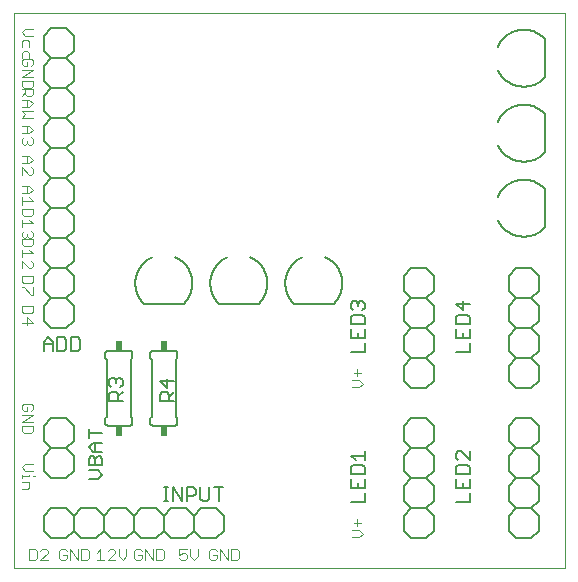
<source format=gto>
G75*
%MOIN*%
%OFA0B0*%
%FSLAX25Y25*%
%IPPOS*%
%LPD*%
%AMOC8*
5,1,8,0,0,1.08239X$1,22.5*
%
%ADD10C,0.00000*%
%ADD11C,0.00300*%
%ADD12C,0.00600*%
%ADD13R,0.02400X0.03400*%
%ADD14C,0.00500*%
D10*
X0001800Y0001800D02*
X0001800Y0186761D01*
X0185501Y0186761D01*
X0185501Y0001800D01*
X0001800Y0001800D01*
D11*
X0006950Y0004450D02*
X0008802Y0004450D01*
X0009419Y0005067D01*
X0009419Y0007536D01*
X0008802Y0008153D01*
X0006950Y0008153D01*
X0006950Y0004450D01*
X0010633Y0004450D02*
X0013102Y0006919D01*
X0013102Y0007536D01*
X0012485Y0008153D01*
X0011250Y0008153D01*
X0010633Y0007536D01*
X0010633Y0004450D02*
X0013102Y0004450D01*
X0016950Y0005067D02*
X0017567Y0004450D01*
X0018802Y0004450D01*
X0019419Y0005067D01*
X0019419Y0006302D01*
X0018184Y0006302D01*
X0016950Y0007536D02*
X0016950Y0005067D01*
X0016950Y0007536D02*
X0017567Y0008153D01*
X0018802Y0008153D01*
X0019419Y0007536D01*
X0020633Y0008153D02*
X0020633Y0004450D01*
X0023102Y0004450D02*
X0020633Y0008153D01*
X0023102Y0008153D02*
X0023102Y0004450D01*
X0024316Y0004450D02*
X0026168Y0004450D01*
X0026785Y0005067D01*
X0026785Y0007536D01*
X0026168Y0008153D01*
X0024316Y0008153D01*
X0024316Y0004450D01*
X0029450Y0004450D02*
X0031919Y0004450D01*
X0033133Y0004450D02*
X0035602Y0006919D01*
X0035602Y0007536D01*
X0034985Y0008153D01*
X0033750Y0008153D01*
X0033133Y0007536D01*
X0030684Y0008153D02*
X0030684Y0004450D01*
X0033133Y0004450D02*
X0035602Y0004450D01*
X0036816Y0005684D02*
X0038051Y0004450D01*
X0039285Y0005684D01*
X0039285Y0008153D01*
X0036816Y0008153D02*
X0036816Y0005684D01*
X0041950Y0005067D02*
X0042567Y0004450D01*
X0043802Y0004450D01*
X0044419Y0005067D01*
X0044419Y0006302D01*
X0043184Y0006302D01*
X0044419Y0006302D01*
X0044419Y0005067D01*
X0043802Y0004450D01*
X0042567Y0004450D01*
X0041950Y0005067D01*
X0041950Y0007536D01*
X0042567Y0008153D01*
X0043802Y0008153D01*
X0044419Y0007536D01*
X0043802Y0008153D01*
X0042567Y0008153D01*
X0041950Y0007536D01*
X0041950Y0005067D01*
X0045633Y0004450D02*
X0045633Y0008153D01*
X0048102Y0004450D01*
X0048102Y0008153D01*
X0048102Y0004450D01*
X0045633Y0008153D01*
X0045633Y0004450D01*
X0049316Y0004450D02*
X0049316Y0008153D01*
X0051168Y0008153D01*
X0051785Y0007536D01*
X0051785Y0005067D01*
X0051168Y0004450D01*
X0049316Y0004450D01*
X0051168Y0004450D01*
X0051785Y0005067D01*
X0051785Y0007536D01*
X0051168Y0008153D01*
X0049316Y0008153D01*
X0049316Y0004450D01*
X0056950Y0005067D02*
X0057567Y0004450D01*
X0058802Y0004450D01*
X0059419Y0005067D01*
X0059419Y0006302D01*
X0058802Y0006919D01*
X0058184Y0006919D01*
X0056950Y0006302D01*
X0056950Y0008153D01*
X0059419Y0008153D01*
X0060633Y0008153D02*
X0060633Y0005684D01*
X0061868Y0004450D01*
X0063102Y0005684D01*
X0063102Y0008153D01*
X0066950Y0007536D02*
X0066950Y0005067D01*
X0067567Y0004450D01*
X0068802Y0004450D01*
X0069419Y0005067D01*
X0069419Y0006302D01*
X0068184Y0006302D01*
X0066950Y0007536D02*
X0067567Y0008153D01*
X0068802Y0008153D01*
X0069419Y0007536D01*
X0070633Y0008153D02*
X0070633Y0004450D01*
X0073102Y0004450D02*
X0073102Y0008153D01*
X0074316Y0008153D02*
X0076168Y0008153D01*
X0076785Y0007536D01*
X0076785Y0005067D01*
X0076168Y0004450D01*
X0074316Y0004450D01*
X0074316Y0008153D01*
X0070633Y0008153D02*
X0073102Y0004450D01*
X0114447Y0012084D02*
X0116916Y0012084D01*
X0118150Y0013318D01*
X0116916Y0014552D01*
X0114447Y0014552D01*
X0116298Y0015767D02*
X0116298Y0018236D01*
X0115064Y0017001D02*
X0117533Y0017001D01*
X0116916Y0062084D02*
X0114447Y0062084D01*
X0116916Y0062084D02*
X0118150Y0063318D01*
X0116916Y0064552D01*
X0114447Y0064552D01*
X0116298Y0065767D02*
X0116298Y0068236D01*
X0115064Y0067001D02*
X0117533Y0067001D01*
X0030684Y0008153D02*
X0029450Y0006919D01*
X0006919Y0028660D02*
X0006302Y0028043D01*
X0004450Y0028043D01*
X0006919Y0028660D02*
X0006919Y0030511D01*
X0004450Y0030511D01*
X0004450Y0031732D02*
X0004450Y0032967D01*
X0004450Y0032350D02*
X0006919Y0032350D01*
X0006919Y0032967D01*
X0008153Y0032350D02*
X0008770Y0032350D01*
X0008153Y0034181D02*
X0005684Y0034181D01*
X0004450Y0035416D01*
X0005684Y0036650D01*
X0008153Y0036650D01*
X0007536Y0046815D02*
X0005067Y0046815D01*
X0004450Y0047432D01*
X0004450Y0049284D01*
X0008153Y0049284D01*
X0008153Y0047432D01*
X0007536Y0046815D01*
X0008153Y0050498D02*
X0004450Y0050498D01*
X0008153Y0052967D01*
X0004450Y0052967D01*
X0005067Y0054181D02*
X0006302Y0054181D01*
X0006302Y0055416D01*
X0007536Y0056650D02*
X0005067Y0056650D01*
X0004450Y0056033D01*
X0004450Y0054798D01*
X0005067Y0054181D01*
X0007536Y0054181D02*
X0008153Y0054798D01*
X0008153Y0056033D01*
X0007536Y0056650D01*
X0006302Y0082998D02*
X0006302Y0085467D01*
X0008153Y0083615D01*
X0004450Y0083615D01*
X0005067Y0086681D02*
X0007536Y0086681D01*
X0008153Y0087298D01*
X0008153Y0089150D01*
X0004450Y0089150D01*
X0004450Y0087298D01*
X0005067Y0086681D01*
X0007536Y0092998D02*
X0005067Y0095467D01*
X0004450Y0095467D01*
X0005067Y0096681D02*
X0007536Y0096681D01*
X0008153Y0097298D01*
X0008153Y0099150D01*
X0004450Y0099150D01*
X0004450Y0097298D01*
X0005067Y0096681D01*
X0008153Y0095467D02*
X0008153Y0092998D01*
X0007536Y0092998D01*
X0007536Y0101815D02*
X0008153Y0102432D01*
X0008153Y0103667D01*
X0007536Y0104284D01*
X0008153Y0106732D02*
X0004450Y0106732D01*
X0004450Y0105498D02*
X0004450Y0107967D01*
X0005067Y0109181D02*
X0007536Y0109181D01*
X0008153Y0109798D01*
X0008153Y0111650D01*
X0004450Y0111650D01*
X0004450Y0109798D01*
X0005067Y0109181D01*
X0006919Y0107967D02*
X0008153Y0106732D01*
X0004450Y0104284D02*
X0006919Y0101815D01*
X0007536Y0101815D01*
X0004450Y0101815D02*
X0004450Y0104284D01*
X0005067Y0111815D02*
X0004450Y0112432D01*
X0004450Y0113667D01*
X0005067Y0114284D01*
X0004450Y0115498D02*
X0004450Y0117967D01*
X0004450Y0116732D02*
X0008153Y0116732D01*
X0006919Y0117967D01*
X0007536Y0119181D02*
X0005067Y0119181D01*
X0004450Y0119798D01*
X0004450Y0121650D01*
X0008153Y0121650D01*
X0008153Y0119798D01*
X0007536Y0119181D01*
X0004450Y0122998D02*
X0004450Y0125467D01*
X0004450Y0126681D02*
X0006919Y0126681D01*
X0008153Y0127916D01*
X0006919Y0129150D01*
X0004450Y0129150D01*
X0006302Y0129150D02*
X0006302Y0126681D01*
X0006919Y0125467D02*
X0008153Y0124232D01*
X0004450Y0124232D01*
X0004450Y0132998D02*
X0004450Y0135467D01*
X0006919Y0132998D01*
X0007536Y0132998D01*
X0008153Y0133615D01*
X0008153Y0134850D01*
X0007536Y0135467D01*
X0006919Y0136681D02*
X0004450Y0136681D01*
X0006302Y0136681D02*
X0006302Y0139150D01*
X0006919Y0139150D02*
X0008153Y0137916D01*
X0006919Y0136681D01*
X0006919Y0139150D02*
X0004450Y0139150D01*
X0005067Y0142998D02*
X0004450Y0143615D01*
X0004450Y0144850D01*
X0005067Y0145467D01*
X0004450Y0146681D02*
X0006919Y0146681D01*
X0008153Y0147916D01*
X0006919Y0149150D01*
X0004450Y0149150D01*
X0006302Y0149150D02*
X0006302Y0146681D01*
X0007536Y0145467D02*
X0008153Y0144850D01*
X0008153Y0143615D01*
X0007536Y0142998D01*
X0006919Y0142998D01*
X0006302Y0143615D01*
X0005684Y0142998D01*
X0005067Y0142998D01*
X0006302Y0143615D02*
X0006302Y0144232D01*
X0004450Y0151815D02*
X0008153Y0151815D01*
X0008153Y0154284D02*
X0004450Y0154284D01*
X0005684Y0153049D01*
X0004450Y0151815D01*
X0004450Y0155498D02*
X0006919Y0155498D01*
X0008153Y0156732D01*
X0006919Y0157967D01*
X0004450Y0157967D01*
X0004450Y0159181D02*
X0005684Y0160416D01*
X0005684Y0159798D02*
X0005684Y0161650D01*
X0005067Y0161815D02*
X0007536Y0161815D01*
X0008153Y0162432D01*
X0008153Y0164284D01*
X0004450Y0164284D01*
X0004450Y0162432D01*
X0005067Y0161815D01*
X0004450Y0161650D02*
X0008153Y0161650D01*
X0008153Y0159798D01*
X0007536Y0159181D01*
X0006302Y0159181D01*
X0005684Y0159798D01*
X0006302Y0157967D02*
X0006302Y0155498D01*
X0008153Y0165498D02*
X0004450Y0165498D01*
X0008153Y0167967D01*
X0004450Y0167967D01*
X0005067Y0169181D02*
X0006302Y0169181D01*
X0006302Y0170416D01*
X0006919Y0171815D02*
X0006919Y0173667D01*
X0006302Y0174284D01*
X0005067Y0174284D01*
X0004450Y0173667D01*
X0004450Y0171815D01*
X0005067Y0171650D02*
X0004450Y0171033D01*
X0004450Y0169798D01*
X0005067Y0169181D01*
X0007536Y0169181D02*
X0008153Y0169798D01*
X0008153Y0171033D01*
X0007536Y0171650D01*
X0005067Y0171650D01*
X0004450Y0175498D02*
X0004450Y0177350D01*
X0005067Y0177967D01*
X0006302Y0177967D01*
X0006919Y0177350D01*
X0006919Y0175498D01*
X0005684Y0179181D02*
X0008153Y0179181D01*
X0005684Y0179181D02*
X0004450Y0180416D01*
X0005684Y0181650D01*
X0008153Y0181650D01*
X0007536Y0114284D02*
X0008153Y0113667D01*
X0008153Y0112432D01*
X0007536Y0111815D01*
X0006919Y0111815D01*
X0006302Y0112432D01*
X0005684Y0111815D01*
X0005067Y0111815D01*
X0006302Y0112432D02*
X0006302Y0113049D01*
D12*
X0011800Y0114300D02*
X0014300Y0111800D01*
X0019300Y0111800D01*
X0021800Y0114300D01*
X0021800Y0119300D01*
X0019300Y0121800D01*
X0021800Y0124300D01*
X0021800Y0129300D01*
X0019300Y0131800D01*
X0014300Y0131800D01*
X0011800Y0129300D01*
X0011800Y0124300D01*
X0014300Y0121800D01*
X0019300Y0121800D01*
X0014300Y0121800D02*
X0011800Y0119300D01*
X0011800Y0114300D01*
X0014300Y0111800D02*
X0011800Y0109300D01*
X0011800Y0104300D01*
X0014300Y0101800D01*
X0019300Y0101800D01*
X0021800Y0099300D01*
X0021800Y0094300D01*
X0019300Y0091800D01*
X0021800Y0089300D01*
X0021800Y0084300D01*
X0019300Y0081800D01*
X0014300Y0081800D01*
X0011800Y0084300D01*
X0011800Y0089300D01*
X0014300Y0091800D01*
X0011800Y0094300D01*
X0011800Y0099300D01*
X0014300Y0101800D01*
X0019300Y0101800D02*
X0021800Y0104300D01*
X0021800Y0109300D01*
X0019300Y0111800D01*
X0019300Y0131800D02*
X0021800Y0134300D01*
X0021800Y0139300D01*
X0019300Y0141800D01*
X0021800Y0144300D01*
X0021800Y0149300D01*
X0019300Y0151800D01*
X0021800Y0154300D01*
X0021800Y0159300D01*
X0019300Y0161800D01*
X0014300Y0161800D01*
X0011800Y0159300D01*
X0011800Y0154300D01*
X0014300Y0151800D01*
X0019300Y0151800D01*
X0014300Y0151800D02*
X0011800Y0149300D01*
X0011800Y0144300D01*
X0014300Y0141800D01*
X0019300Y0141800D01*
X0014300Y0141800D02*
X0011800Y0139300D01*
X0011800Y0134300D01*
X0014300Y0131800D01*
X0014300Y0161800D02*
X0011800Y0164300D01*
X0011800Y0169300D01*
X0014300Y0171800D01*
X0011800Y0174300D01*
X0011800Y0179300D01*
X0014300Y0181800D01*
X0019300Y0181800D01*
X0021800Y0179300D01*
X0021800Y0174300D01*
X0019300Y0171800D01*
X0021800Y0169300D01*
X0021800Y0164300D01*
X0019300Y0161800D01*
X0019300Y0171800D02*
X0014300Y0171800D01*
X0055615Y0105500D02*
X0055827Y0105404D01*
X0056037Y0105303D01*
X0056244Y0105196D01*
X0056448Y0105085D01*
X0056650Y0104968D01*
X0056849Y0104847D01*
X0057044Y0104721D01*
X0057237Y0104590D01*
X0057426Y0104454D01*
X0057612Y0104314D01*
X0057795Y0104169D01*
X0057974Y0104020D01*
X0058149Y0103866D01*
X0058320Y0103708D01*
X0058487Y0103546D01*
X0058651Y0103380D01*
X0058810Y0103210D01*
X0058965Y0103037D01*
X0059116Y0102859D01*
X0059262Y0102678D01*
X0059404Y0102493D01*
X0059541Y0102305D01*
X0059674Y0102114D01*
X0059802Y0101919D01*
X0059925Y0101721D01*
X0060043Y0101521D01*
X0060156Y0101317D01*
X0060265Y0101111D01*
X0060368Y0100902D01*
X0060466Y0100691D01*
X0060559Y0100477D01*
X0060646Y0100261D01*
X0060728Y0100043D01*
X0060805Y0099823D01*
X0060876Y0099602D01*
X0060942Y0099378D01*
X0061003Y0099153D01*
X0061058Y0098927D01*
X0061107Y0098700D01*
X0061151Y0098471D01*
X0061189Y0098241D01*
X0061222Y0098010D01*
X0061248Y0097779D01*
X0061270Y0097547D01*
X0061285Y0097315D01*
X0061295Y0097082D01*
X0061299Y0096849D01*
X0061297Y0096616D01*
X0061290Y0096383D01*
X0061277Y0096151D01*
X0061258Y0095919D01*
X0061234Y0095687D01*
X0061203Y0095456D01*
X0061168Y0095226D01*
X0061126Y0094997D01*
X0061079Y0094769D01*
X0061027Y0094542D01*
X0060969Y0094316D01*
X0060905Y0094092D01*
X0060836Y0093870D01*
X0060761Y0093649D01*
X0060681Y0093430D01*
X0060596Y0093214D01*
X0060506Y0092999D01*
X0060410Y0092787D01*
X0060309Y0092577D01*
X0060203Y0092370D01*
X0060092Y0092165D01*
X0059975Y0091963D01*
X0059854Y0091764D01*
X0059729Y0091568D01*
X0059598Y0091375D01*
X0059463Y0091186D01*
X0059323Y0091000D01*
X0059178Y0090817D01*
X0059029Y0090638D01*
X0058876Y0090462D01*
X0058719Y0090291D01*
X0058557Y0090123D01*
X0058391Y0089959D01*
X0058221Y0089800D01*
X0045379Y0089800D01*
X0045209Y0089959D01*
X0045043Y0090123D01*
X0044881Y0090291D01*
X0044724Y0090462D01*
X0044571Y0090638D01*
X0044422Y0090817D01*
X0044277Y0091000D01*
X0044137Y0091186D01*
X0044002Y0091375D01*
X0043871Y0091568D01*
X0043746Y0091764D01*
X0043625Y0091963D01*
X0043508Y0092165D01*
X0043397Y0092370D01*
X0043291Y0092577D01*
X0043190Y0092787D01*
X0043094Y0092999D01*
X0043004Y0093214D01*
X0042919Y0093430D01*
X0042839Y0093649D01*
X0042764Y0093870D01*
X0042695Y0094092D01*
X0042631Y0094316D01*
X0042573Y0094542D01*
X0042521Y0094769D01*
X0042474Y0094997D01*
X0042432Y0095226D01*
X0042397Y0095456D01*
X0042366Y0095687D01*
X0042342Y0095919D01*
X0042323Y0096151D01*
X0042310Y0096383D01*
X0042303Y0096616D01*
X0042301Y0096849D01*
X0042305Y0097082D01*
X0042315Y0097315D01*
X0042330Y0097547D01*
X0042352Y0097779D01*
X0042378Y0098010D01*
X0042411Y0098241D01*
X0042449Y0098471D01*
X0042493Y0098700D01*
X0042542Y0098927D01*
X0042597Y0099153D01*
X0042658Y0099378D01*
X0042724Y0099602D01*
X0042795Y0099823D01*
X0042872Y0100043D01*
X0042954Y0100261D01*
X0043041Y0100477D01*
X0043134Y0100691D01*
X0043232Y0100902D01*
X0043335Y0101111D01*
X0043444Y0101317D01*
X0043557Y0101521D01*
X0043675Y0101721D01*
X0043798Y0101919D01*
X0043926Y0102114D01*
X0044059Y0102305D01*
X0044196Y0102493D01*
X0044338Y0102678D01*
X0044484Y0102859D01*
X0044635Y0103037D01*
X0044790Y0103210D01*
X0044949Y0103380D01*
X0045113Y0103546D01*
X0045280Y0103708D01*
X0045451Y0103866D01*
X0045626Y0104020D01*
X0045805Y0104169D01*
X0045988Y0104314D01*
X0046174Y0104454D01*
X0046363Y0104590D01*
X0046556Y0104721D01*
X0046751Y0104847D01*
X0046950Y0104968D01*
X0047152Y0105085D01*
X0047356Y0105196D01*
X0047563Y0105303D01*
X0047773Y0105404D01*
X0047985Y0105500D01*
X0070379Y0089800D02*
X0083221Y0089800D01*
X0070379Y0089800D02*
X0070209Y0089959D01*
X0070043Y0090123D01*
X0069881Y0090291D01*
X0069724Y0090462D01*
X0069571Y0090638D01*
X0069422Y0090817D01*
X0069277Y0091000D01*
X0069137Y0091186D01*
X0069002Y0091375D01*
X0068871Y0091568D01*
X0068746Y0091764D01*
X0068625Y0091963D01*
X0068508Y0092165D01*
X0068397Y0092370D01*
X0068291Y0092577D01*
X0068190Y0092787D01*
X0068094Y0092999D01*
X0068004Y0093214D01*
X0067919Y0093430D01*
X0067839Y0093649D01*
X0067764Y0093870D01*
X0067695Y0094092D01*
X0067631Y0094316D01*
X0067573Y0094542D01*
X0067521Y0094769D01*
X0067474Y0094997D01*
X0067432Y0095226D01*
X0067397Y0095456D01*
X0067366Y0095687D01*
X0067342Y0095919D01*
X0067323Y0096151D01*
X0067310Y0096383D01*
X0067303Y0096616D01*
X0067301Y0096849D01*
X0067305Y0097082D01*
X0067315Y0097315D01*
X0067330Y0097547D01*
X0067352Y0097779D01*
X0067378Y0098010D01*
X0067411Y0098241D01*
X0067449Y0098471D01*
X0067493Y0098700D01*
X0067542Y0098927D01*
X0067597Y0099153D01*
X0067658Y0099378D01*
X0067724Y0099602D01*
X0067795Y0099823D01*
X0067872Y0100043D01*
X0067954Y0100261D01*
X0068041Y0100477D01*
X0068134Y0100691D01*
X0068232Y0100902D01*
X0068335Y0101111D01*
X0068444Y0101317D01*
X0068557Y0101521D01*
X0068675Y0101721D01*
X0068798Y0101919D01*
X0068926Y0102114D01*
X0069059Y0102305D01*
X0069196Y0102493D01*
X0069338Y0102678D01*
X0069484Y0102859D01*
X0069635Y0103037D01*
X0069790Y0103210D01*
X0069949Y0103380D01*
X0070113Y0103546D01*
X0070280Y0103708D01*
X0070451Y0103866D01*
X0070626Y0104020D01*
X0070805Y0104169D01*
X0070988Y0104314D01*
X0071174Y0104454D01*
X0071363Y0104590D01*
X0071556Y0104721D01*
X0071751Y0104847D01*
X0071950Y0104968D01*
X0072152Y0105085D01*
X0072356Y0105196D01*
X0072563Y0105303D01*
X0072773Y0105404D01*
X0072985Y0105500D01*
X0080615Y0105500D02*
X0080827Y0105404D01*
X0081037Y0105303D01*
X0081244Y0105196D01*
X0081448Y0105085D01*
X0081650Y0104968D01*
X0081849Y0104847D01*
X0082044Y0104721D01*
X0082237Y0104590D01*
X0082426Y0104454D01*
X0082612Y0104314D01*
X0082795Y0104169D01*
X0082974Y0104020D01*
X0083149Y0103866D01*
X0083320Y0103708D01*
X0083487Y0103546D01*
X0083651Y0103380D01*
X0083810Y0103210D01*
X0083965Y0103037D01*
X0084116Y0102859D01*
X0084262Y0102678D01*
X0084404Y0102493D01*
X0084541Y0102305D01*
X0084674Y0102114D01*
X0084802Y0101919D01*
X0084925Y0101721D01*
X0085043Y0101521D01*
X0085156Y0101317D01*
X0085265Y0101111D01*
X0085368Y0100902D01*
X0085466Y0100691D01*
X0085559Y0100477D01*
X0085646Y0100261D01*
X0085728Y0100043D01*
X0085805Y0099823D01*
X0085876Y0099602D01*
X0085942Y0099378D01*
X0086003Y0099153D01*
X0086058Y0098927D01*
X0086107Y0098700D01*
X0086151Y0098471D01*
X0086189Y0098241D01*
X0086222Y0098010D01*
X0086248Y0097779D01*
X0086270Y0097547D01*
X0086285Y0097315D01*
X0086295Y0097082D01*
X0086299Y0096849D01*
X0086297Y0096616D01*
X0086290Y0096383D01*
X0086277Y0096151D01*
X0086258Y0095919D01*
X0086234Y0095687D01*
X0086203Y0095456D01*
X0086168Y0095226D01*
X0086126Y0094997D01*
X0086079Y0094769D01*
X0086027Y0094542D01*
X0085969Y0094316D01*
X0085905Y0094092D01*
X0085836Y0093870D01*
X0085761Y0093649D01*
X0085681Y0093430D01*
X0085596Y0093214D01*
X0085506Y0092999D01*
X0085410Y0092787D01*
X0085309Y0092577D01*
X0085203Y0092370D01*
X0085092Y0092165D01*
X0084975Y0091963D01*
X0084854Y0091764D01*
X0084729Y0091568D01*
X0084598Y0091375D01*
X0084463Y0091186D01*
X0084323Y0091000D01*
X0084178Y0090817D01*
X0084029Y0090638D01*
X0083876Y0090462D01*
X0083719Y0090291D01*
X0083557Y0090123D01*
X0083391Y0089959D01*
X0083221Y0089800D01*
X0095379Y0089800D02*
X0108221Y0089800D01*
X0095379Y0089800D02*
X0095209Y0089959D01*
X0095043Y0090123D01*
X0094881Y0090291D01*
X0094724Y0090462D01*
X0094571Y0090638D01*
X0094422Y0090817D01*
X0094277Y0091000D01*
X0094137Y0091186D01*
X0094002Y0091375D01*
X0093871Y0091568D01*
X0093746Y0091764D01*
X0093625Y0091963D01*
X0093508Y0092165D01*
X0093397Y0092370D01*
X0093291Y0092577D01*
X0093190Y0092787D01*
X0093094Y0092999D01*
X0093004Y0093214D01*
X0092919Y0093430D01*
X0092839Y0093649D01*
X0092764Y0093870D01*
X0092695Y0094092D01*
X0092631Y0094316D01*
X0092573Y0094542D01*
X0092521Y0094769D01*
X0092474Y0094997D01*
X0092432Y0095226D01*
X0092397Y0095456D01*
X0092366Y0095687D01*
X0092342Y0095919D01*
X0092323Y0096151D01*
X0092310Y0096383D01*
X0092303Y0096616D01*
X0092301Y0096849D01*
X0092305Y0097082D01*
X0092315Y0097315D01*
X0092330Y0097547D01*
X0092352Y0097779D01*
X0092378Y0098010D01*
X0092411Y0098241D01*
X0092449Y0098471D01*
X0092493Y0098700D01*
X0092542Y0098927D01*
X0092597Y0099153D01*
X0092658Y0099378D01*
X0092724Y0099602D01*
X0092795Y0099823D01*
X0092872Y0100043D01*
X0092954Y0100261D01*
X0093041Y0100477D01*
X0093134Y0100691D01*
X0093232Y0100902D01*
X0093335Y0101111D01*
X0093444Y0101317D01*
X0093557Y0101521D01*
X0093675Y0101721D01*
X0093798Y0101919D01*
X0093926Y0102114D01*
X0094059Y0102305D01*
X0094196Y0102493D01*
X0094338Y0102678D01*
X0094484Y0102859D01*
X0094635Y0103037D01*
X0094790Y0103210D01*
X0094949Y0103380D01*
X0095113Y0103546D01*
X0095280Y0103708D01*
X0095451Y0103866D01*
X0095626Y0104020D01*
X0095805Y0104169D01*
X0095988Y0104314D01*
X0096174Y0104454D01*
X0096363Y0104590D01*
X0096556Y0104721D01*
X0096751Y0104847D01*
X0096950Y0104968D01*
X0097152Y0105085D01*
X0097356Y0105196D01*
X0097563Y0105303D01*
X0097773Y0105404D01*
X0097985Y0105500D01*
X0105615Y0105500D02*
X0105827Y0105404D01*
X0106037Y0105303D01*
X0106244Y0105196D01*
X0106448Y0105085D01*
X0106650Y0104968D01*
X0106849Y0104847D01*
X0107044Y0104721D01*
X0107237Y0104590D01*
X0107426Y0104454D01*
X0107612Y0104314D01*
X0107795Y0104169D01*
X0107974Y0104020D01*
X0108149Y0103866D01*
X0108320Y0103708D01*
X0108487Y0103546D01*
X0108651Y0103380D01*
X0108810Y0103210D01*
X0108965Y0103037D01*
X0109116Y0102859D01*
X0109262Y0102678D01*
X0109404Y0102493D01*
X0109541Y0102305D01*
X0109674Y0102114D01*
X0109802Y0101919D01*
X0109925Y0101721D01*
X0110043Y0101521D01*
X0110156Y0101317D01*
X0110265Y0101111D01*
X0110368Y0100902D01*
X0110466Y0100691D01*
X0110559Y0100477D01*
X0110646Y0100261D01*
X0110728Y0100043D01*
X0110805Y0099823D01*
X0110876Y0099602D01*
X0110942Y0099378D01*
X0111003Y0099153D01*
X0111058Y0098927D01*
X0111107Y0098700D01*
X0111151Y0098471D01*
X0111189Y0098241D01*
X0111222Y0098010D01*
X0111248Y0097779D01*
X0111270Y0097547D01*
X0111285Y0097315D01*
X0111295Y0097082D01*
X0111299Y0096849D01*
X0111297Y0096616D01*
X0111290Y0096383D01*
X0111277Y0096151D01*
X0111258Y0095919D01*
X0111234Y0095687D01*
X0111203Y0095456D01*
X0111168Y0095226D01*
X0111126Y0094997D01*
X0111079Y0094769D01*
X0111027Y0094542D01*
X0110969Y0094316D01*
X0110905Y0094092D01*
X0110836Y0093870D01*
X0110761Y0093649D01*
X0110681Y0093430D01*
X0110596Y0093214D01*
X0110506Y0092999D01*
X0110410Y0092787D01*
X0110309Y0092577D01*
X0110203Y0092370D01*
X0110092Y0092165D01*
X0109975Y0091963D01*
X0109854Y0091764D01*
X0109729Y0091568D01*
X0109598Y0091375D01*
X0109463Y0091186D01*
X0109323Y0091000D01*
X0109178Y0090817D01*
X0109029Y0090638D01*
X0108876Y0090462D01*
X0108719Y0090291D01*
X0108557Y0090123D01*
X0108391Y0089959D01*
X0108221Y0089800D01*
X0131800Y0089300D02*
X0131800Y0084300D01*
X0134300Y0081800D01*
X0139300Y0081800D01*
X0141800Y0084300D01*
X0141800Y0089300D01*
X0139300Y0091800D01*
X0134300Y0091800D01*
X0131800Y0089300D01*
X0134300Y0091800D02*
X0131800Y0094300D01*
X0131800Y0099300D01*
X0134300Y0101800D01*
X0139300Y0101800D01*
X0141800Y0099300D01*
X0141800Y0094300D01*
X0139300Y0091800D01*
X0139300Y0081800D02*
X0141800Y0079300D01*
X0141800Y0074300D01*
X0139300Y0071800D01*
X0141800Y0069300D01*
X0141800Y0064300D01*
X0139300Y0061800D01*
X0134300Y0061800D01*
X0131800Y0064300D01*
X0131800Y0069300D01*
X0134300Y0071800D01*
X0131800Y0074300D01*
X0131800Y0079300D01*
X0134300Y0081800D01*
X0134300Y0071800D02*
X0139300Y0071800D01*
X0139300Y0051800D02*
X0134300Y0051800D01*
X0131800Y0049300D01*
X0131800Y0044300D01*
X0134300Y0041800D01*
X0131800Y0039300D01*
X0131800Y0034300D01*
X0134300Y0031800D01*
X0139300Y0031800D01*
X0141800Y0034300D01*
X0141800Y0039300D01*
X0139300Y0041800D01*
X0134300Y0041800D01*
X0139300Y0041800D02*
X0141800Y0044300D01*
X0141800Y0049300D01*
X0139300Y0051800D01*
X0139300Y0031800D02*
X0141800Y0029300D01*
X0141800Y0024300D01*
X0139300Y0021800D01*
X0141800Y0019300D01*
X0141800Y0014300D01*
X0139300Y0011800D01*
X0134300Y0011800D01*
X0131800Y0014300D01*
X0131800Y0019300D01*
X0134300Y0021800D01*
X0131800Y0024300D01*
X0131800Y0029300D01*
X0134300Y0031800D01*
X0134300Y0021800D02*
X0139300Y0021800D01*
X0166800Y0019300D02*
X0166800Y0014300D01*
X0169300Y0011800D01*
X0174300Y0011800D01*
X0176800Y0014300D01*
X0176800Y0019300D01*
X0174300Y0021800D01*
X0169300Y0021800D01*
X0166800Y0019300D01*
X0169300Y0021800D02*
X0166800Y0024300D01*
X0166800Y0029300D01*
X0169300Y0031800D01*
X0166800Y0034300D01*
X0166800Y0039300D01*
X0169300Y0041800D01*
X0166800Y0044300D01*
X0166800Y0049300D01*
X0169300Y0051800D01*
X0174300Y0051800D01*
X0176800Y0049300D01*
X0176800Y0044300D01*
X0174300Y0041800D01*
X0176800Y0039300D01*
X0176800Y0034300D01*
X0174300Y0031800D01*
X0169300Y0031800D01*
X0174300Y0031800D02*
X0176800Y0029300D01*
X0176800Y0024300D01*
X0174300Y0021800D01*
X0174300Y0041800D02*
X0169300Y0041800D01*
X0169300Y0061800D02*
X0166800Y0064300D01*
X0166800Y0069300D01*
X0169300Y0071800D01*
X0166800Y0074300D01*
X0166800Y0079300D01*
X0169300Y0081800D01*
X0166800Y0084300D01*
X0166800Y0089300D01*
X0169300Y0091800D01*
X0166800Y0094300D01*
X0166800Y0099300D01*
X0169300Y0101800D01*
X0174300Y0101800D01*
X0176800Y0099300D01*
X0176800Y0094300D01*
X0174300Y0091800D01*
X0176800Y0089300D01*
X0176800Y0084300D01*
X0174300Y0081800D01*
X0169300Y0081800D01*
X0174300Y0081800D02*
X0176800Y0079300D01*
X0176800Y0074300D01*
X0174300Y0071800D01*
X0176800Y0069300D01*
X0176800Y0064300D01*
X0174300Y0061800D01*
X0169300Y0061800D01*
X0169300Y0071800D02*
X0174300Y0071800D01*
X0174300Y0091800D02*
X0169300Y0091800D01*
X0178800Y0115379D02*
X0178800Y0128221D01*
X0178800Y0115379D02*
X0178641Y0115209D01*
X0178477Y0115043D01*
X0178309Y0114881D01*
X0178138Y0114724D01*
X0177962Y0114571D01*
X0177783Y0114422D01*
X0177600Y0114277D01*
X0177414Y0114137D01*
X0177225Y0114002D01*
X0177032Y0113871D01*
X0176836Y0113746D01*
X0176637Y0113625D01*
X0176435Y0113508D01*
X0176230Y0113397D01*
X0176023Y0113291D01*
X0175813Y0113190D01*
X0175601Y0113094D01*
X0175386Y0113004D01*
X0175170Y0112919D01*
X0174951Y0112839D01*
X0174730Y0112764D01*
X0174508Y0112695D01*
X0174284Y0112631D01*
X0174058Y0112573D01*
X0173831Y0112521D01*
X0173603Y0112474D01*
X0173374Y0112432D01*
X0173144Y0112397D01*
X0172913Y0112366D01*
X0172681Y0112342D01*
X0172449Y0112323D01*
X0172217Y0112310D01*
X0171984Y0112303D01*
X0171751Y0112301D01*
X0171518Y0112305D01*
X0171285Y0112315D01*
X0171053Y0112330D01*
X0170821Y0112352D01*
X0170590Y0112378D01*
X0170359Y0112411D01*
X0170129Y0112449D01*
X0169900Y0112493D01*
X0169673Y0112542D01*
X0169447Y0112597D01*
X0169222Y0112658D01*
X0168998Y0112724D01*
X0168777Y0112795D01*
X0168557Y0112872D01*
X0168339Y0112954D01*
X0168123Y0113041D01*
X0167909Y0113134D01*
X0167698Y0113232D01*
X0167489Y0113335D01*
X0167283Y0113444D01*
X0167079Y0113557D01*
X0166879Y0113675D01*
X0166681Y0113798D01*
X0166486Y0113926D01*
X0166295Y0114059D01*
X0166107Y0114196D01*
X0165922Y0114338D01*
X0165741Y0114484D01*
X0165563Y0114635D01*
X0165390Y0114790D01*
X0165220Y0114949D01*
X0165054Y0115113D01*
X0164892Y0115280D01*
X0164734Y0115451D01*
X0164580Y0115626D01*
X0164431Y0115805D01*
X0164286Y0115988D01*
X0164146Y0116174D01*
X0164010Y0116363D01*
X0163879Y0116556D01*
X0163753Y0116751D01*
X0163632Y0116950D01*
X0163515Y0117152D01*
X0163404Y0117356D01*
X0163297Y0117563D01*
X0163196Y0117773D01*
X0163100Y0117985D01*
X0163100Y0125615D02*
X0163196Y0125827D01*
X0163297Y0126037D01*
X0163404Y0126244D01*
X0163515Y0126448D01*
X0163632Y0126650D01*
X0163753Y0126849D01*
X0163879Y0127044D01*
X0164010Y0127237D01*
X0164146Y0127426D01*
X0164286Y0127612D01*
X0164431Y0127795D01*
X0164580Y0127974D01*
X0164734Y0128149D01*
X0164892Y0128320D01*
X0165054Y0128487D01*
X0165220Y0128651D01*
X0165390Y0128810D01*
X0165563Y0128965D01*
X0165741Y0129116D01*
X0165922Y0129262D01*
X0166107Y0129404D01*
X0166295Y0129541D01*
X0166486Y0129674D01*
X0166681Y0129802D01*
X0166879Y0129925D01*
X0167079Y0130043D01*
X0167283Y0130156D01*
X0167489Y0130265D01*
X0167698Y0130368D01*
X0167909Y0130466D01*
X0168123Y0130559D01*
X0168339Y0130646D01*
X0168557Y0130728D01*
X0168777Y0130805D01*
X0168998Y0130876D01*
X0169222Y0130942D01*
X0169447Y0131003D01*
X0169673Y0131058D01*
X0169900Y0131107D01*
X0170129Y0131151D01*
X0170359Y0131189D01*
X0170590Y0131222D01*
X0170821Y0131248D01*
X0171053Y0131270D01*
X0171285Y0131285D01*
X0171518Y0131295D01*
X0171751Y0131299D01*
X0171984Y0131297D01*
X0172217Y0131290D01*
X0172449Y0131277D01*
X0172681Y0131258D01*
X0172913Y0131234D01*
X0173144Y0131203D01*
X0173374Y0131168D01*
X0173603Y0131126D01*
X0173831Y0131079D01*
X0174058Y0131027D01*
X0174284Y0130969D01*
X0174508Y0130905D01*
X0174730Y0130836D01*
X0174951Y0130761D01*
X0175170Y0130681D01*
X0175386Y0130596D01*
X0175601Y0130506D01*
X0175813Y0130410D01*
X0176023Y0130309D01*
X0176230Y0130203D01*
X0176435Y0130092D01*
X0176637Y0129975D01*
X0176836Y0129854D01*
X0177032Y0129729D01*
X0177225Y0129598D01*
X0177414Y0129463D01*
X0177600Y0129323D01*
X0177783Y0129178D01*
X0177962Y0129029D01*
X0178138Y0128876D01*
X0178309Y0128719D01*
X0178477Y0128557D01*
X0178641Y0128391D01*
X0178800Y0128221D01*
X0178800Y0140379D02*
X0178800Y0153221D01*
X0178800Y0140379D02*
X0178641Y0140209D01*
X0178477Y0140043D01*
X0178309Y0139881D01*
X0178138Y0139724D01*
X0177962Y0139571D01*
X0177783Y0139422D01*
X0177600Y0139277D01*
X0177414Y0139137D01*
X0177225Y0139002D01*
X0177032Y0138871D01*
X0176836Y0138746D01*
X0176637Y0138625D01*
X0176435Y0138508D01*
X0176230Y0138397D01*
X0176023Y0138291D01*
X0175813Y0138190D01*
X0175601Y0138094D01*
X0175386Y0138004D01*
X0175170Y0137919D01*
X0174951Y0137839D01*
X0174730Y0137764D01*
X0174508Y0137695D01*
X0174284Y0137631D01*
X0174058Y0137573D01*
X0173831Y0137521D01*
X0173603Y0137474D01*
X0173374Y0137432D01*
X0173144Y0137397D01*
X0172913Y0137366D01*
X0172681Y0137342D01*
X0172449Y0137323D01*
X0172217Y0137310D01*
X0171984Y0137303D01*
X0171751Y0137301D01*
X0171518Y0137305D01*
X0171285Y0137315D01*
X0171053Y0137330D01*
X0170821Y0137352D01*
X0170590Y0137378D01*
X0170359Y0137411D01*
X0170129Y0137449D01*
X0169900Y0137493D01*
X0169673Y0137542D01*
X0169447Y0137597D01*
X0169222Y0137658D01*
X0168998Y0137724D01*
X0168777Y0137795D01*
X0168557Y0137872D01*
X0168339Y0137954D01*
X0168123Y0138041D01*
X0167909Y0138134D01*
X0167698Y0138232D01*
X0167489Y0138335D01*
X0167283Y0138444D01*
X0167079Y0138557D01*
X0166879Y0138675D01*
X0166681Y0138798D01*
X0166486Y0138926D01*
X0166295Y0139059D01*
X0166107Y0139196D01*
X0165922Y0139338D01*
X0165741Y0139484D01*
X0165563Y0139635D01*
X0165390Y0139790D01*
X0165220Y0139949D01*
X0165054Y0140113D01*
X0164892Y0140280D01*
X0164734Y0140451D01*
X0164580Y0140626D01*
X0164431Y0140805D01*
X0164286Y0140988D01*
X0164146Y0141174D01*
X0164010Y0141363D01*
X0163879Y0141556D01*
X0163753Y0141751D01*
X0163632Y0141950D01*
X0163515Y0142152D01*
X0163404Y0142356D01*
X0163297Y0142563D01*
X0163196Y0142773D01*
X0163100Y0142985D01*
X0163100Y0150615D02*
X0163196Y0150827D01*
X0163297Y0151037D01*
X0163404Y0151244D01*
X0163515Y0151448D01*
X0163632Y0151650D01*
X0163753Y0151849D01*
X0163879Y0152044D01*
X0164010Y0152237D01*
X0164146Y0152426D01*
X0164286Y0152612D01*
X0164431Y0152795D01*
X0164580Y0152974D01*
X0164734Y0153149D01*
X0164892Y0153320D01*
X0165054Y0153487D01*
X0165220Y0153651D01*
X0165390Y0153810D01*
X0165563Y0153965D01*
X0165741Y0154116D01*
X0165922Y0154262D01*
X0166107Y0154404D01*
X0166295Y0154541D01*
X0166486Y0154674D01*
X0166681Y0154802D01*
X0166879Y0154925D01*
X0167079Y0155043D01*
X0167283Y0155156D01*
X0167489Y0155265D01*
X0167698Y0155368D01*
X0167909Y0155466D01*
X0168123Y0155559D01*
X0168339Y0155646D01*
X0168557Y0155728D01*
X0168777Y0155805D01*
X0168998Y0155876D01*
X0169222Y0155942D01*
X0169447Y0156003D01*
X0169673Y0156058D01*
X0169900Y0156107D01*
X0170129Y0156151D01*
X0170359Y0156189D01*
X0170590Y0156222D01*
X0170821Y0156248D01*
X0171053Y0156270D01*
X0171285Y0156285D01*
X0171518Y0156295D01*
X0171751Y0156299D01*
X0171984Y0156297D01*
X0172217Y0156290D01*
X0172449Y0156277D01*
X0172681Y0156258D01*
X0172913Y0156234D01*
X0173144Y0156203D01*
X0173374Y0156168D01*
X0173603Y0156126D01*
X0173831Y0156079D01*
X0174058Y0156027D01*
X0174284Y0155969D01*
X0174508Y0155905D01*
X0174730Y0155836D01*
X0174951Y0155761D01*
X0175170Y0155681D01*
X0175386Y0155596D01*
X0175601Y0155506D01*
X0175813Y0155410D01*
X0176023Y0155309D01*
X0176230Y0155203D01*
X0176435Y0155092D01*
X0176637Y0154975D01*
X0176836Y0154854D01*
X0177032Y0154729D01*
X0177225Y0154598D01*
X0177414Y0154463D01*
X0177600Y0154323D01*
X0177783Y0154178D01*
X0177962Y0154029D01*
X0178138Y0153876D01*
X0178309Y0153719D01*
X0178477Y0153557D01*
X0178641Y0153391D01*
X0178800Y0153221D01*
X0178800Y0165379D02*
X0178800Y0178221D01*
X0178800Y0165379D02*
X0178641Y0165209D01*
X0178477Y0165043D01*
X0178309Y0164881D01*
X0178138Y0164724D01*
X0177962Y0164571D01*
X0177783Y0164422D01*
X0177600Y0164277D01*
X0177414Y0164137D01*
X0177225Y0164002D01*
X0177032Y0163871D01*
X0176836Y0163746D01*
X0176637Y0163625D01*
X0176435Y0163508D01*
X0176230Y0163397D01*
X0176023Y0163291D01*
X0175813Y0163190D01*
X0175601Y0163094D01*
X0175386Y0163004D01*
X0175170Y0162919D01*
X0174951Y0162839D01*
X0174730Y0162764D01*
X0174508Y0162695D01*
X0174284Y0162631D01*
X0174058Y0162573D01*
X0173831Y0162521D01*
X0173603Y0162474D01*
X0173374Y0162432D01*
X0173144Y0162397D01*
X0172913Y0162366D01*
X0172681Y0162342D01*
X0172449Y0162323D01*
X0172217Y0162310D01*
X0171984Y0162303D01*
X0171751Y0162301D01*
X0171518Y0162305D01*
X0171285Y0162315D01*
X0171053Y0162330D01*
X0170821Y0162352D01*
X0170590Y0162378D01*
X0170359Y0162411D01*
X0170129Y0162449D01*
X0169900Y0162493D01*
X0169673Y0162542D01*
X0169447Y0162597D01*
X0169222Y0162658D01*
X0168998Y0162724D01*
X0168777Y0162795D01*
X0168557Y0162872D01*
X0168339Y0162954D01*
X0168123Y0163041D01*
X0167909Y0163134D01*
X0167698Y0163232D01*
X0167489Y0163335D01*
X0167283Y0163444D01*
X0167079Y0163557D01*
X0166879Y0163675D01*
X0166681Y0163798D01*
X0166486Y0163926D01*
X0166295Y0164059D01*
X0166107Y0164196D01*
X0165922Y0164338D01*
X0165741Y0164484D01*
X0165563Y0164635D01*
X0165390Y0164790D01*
X0165220Y0164949D01*
X0165054Y0165113D01*
X0164892Y0165280D01*
X0164734Y0165451D01*
X0164580Y0165626D01*
X0164431Y0165805D01*
X0164286Y0165988D01*
X0164146Y0166174D01*
X0164010Y0166363D01*
X0163879Y0166556D01*
X0163753Y0166751D01*
X0163632Y0166950D01*
X0163515Y0167152D01*
X0163404Y0167356D01*
X0163297Y0167563D01*
X0163196Y0167773D01*
X0163100Y0167985D01*
X0163100Y0175615D02*
X0163196Y0175827D01*
X0163297Y0176037D01*
X0163404Y0176244D01*
X0163515Y0176448D01*
X0163632Y0176650D01*
X0163753Y0176849D01*
X0163879Y0177044D01*
X0164010Y0177237D01*
X0164146Y0177426D01*
X0164286Y0177612D01*
X0164431Y0177795D01*
X0164580Y0177974D01*
X0164734Y0178149D01*
X0164892Y0178320D01*
X0165054Y0178487D01*
X0165220Y0178651D01*
X0165390Y0178810D01*
X0165563Y0178965D01*
X0165741Y0179116D01*
X0165922Y0179262D01*
X0166107Y0179404D01*
X0166295Y0179541D01*
X0166486Y0179674D01*
X0166681Y0179802D01*
X0166879Y0179925D01*
X0167079Y0180043D01*
X0167283Y0180156D01*
X0167489Y0180265D01*
X0167698Y0180368D01*
X0167909Y0180466D01*
X0168123Y0180559D01*
X0168339Y0180646D01*
X0168557Y0180728D01*
X0168777Y0180805D01*
X0168998Y0180876D01*
X0169222Y0180942D01*
X0169447Y0181003D01*
X0169673Y0181058D01*
X0169900Y0181107D01*
X0170129Y0181151D01*
X0170359Y0181189D01*
X0170590Y0181222D01*
X0170821Y0181248D01*
X0171053Y0181270D01*
X0171285Y0181285D01*
X0171518Y0181295D01*
X0171751Y0181299D01*
X0171984Y0181297D01*
X0172217Y0181290D01*
X0172449Y0181277D01*
X0172681Y0181258D01*
X0172913Y0181234D01*
X0173144Y0181203D01*
X0173374Y0181168D01*
X0173603Y0181126D01*
X0173831Y0181079D01*
X0174058Y0181027D01*
X0174284Y0180969D01*
X0174508Y0180905D01*
X0174730Y0180836D01*
X0174951Y0180761D01*
X0175170Y0180681D01*
X0175386Y0180596D01*
X0175601Y0180506D01*
X0175813Y0180410D01*
X0176023Y0180309D01*
X0176230Y0180203D01*
X0176435Y0180092D01*
X0176637Y0179975D01*
X0176836Y0179854D01*
X0177032Y0179729D01*
X0177225Y0179598D01*
X0177414Y0179463D01*
X0177600Y0179323D01*
X0177783Y0179178D01*
X0177962Y0179029D01*
X0178138Y0178876D01*
X0178309Y0178719D01*
X0178477Y0178557D01*
X0178641Y0178391D01*
X0178800Y0178221D01*
X0056300Y0073300D02*
X0056300Y0071800D01*
X0055800Y0071300D01*
X0055800Y0052300D01*
X0056300Y0051800D01*
X0056300Y0050300D01*
X0056298Y0050240D01*
X0056293Y0050179D01*
X0056284Y0050120D01*
X0056271Y0050061D01*
X0056255Y0050002D01*
X0056235Y0049945D01*
X0056212Y0049890D01*
X0056185Y0049835D01*
X0056156Y0049783D01*
X0056123Y0049732D01*
X0056087Y0049683D01*
X0056049Y0049637D01*
X0056007Y0049593D01*
X0055963Y0049551D01*
X0055917Y0049513D01*
X0055868Y0049477D01*
X0055817Y0049444D01*
X0055765Y0049415D01*
X0055710Y0049388D01*
X0055655Y0049365D01*
X0055598Y0049345D01*
X0055539Y0049329D01*
X0055480Y0049316D01*
X0055421Y0049307D01*
X0055360Y0049302D01*
X0055300Y0049300D01*
X0048300Y0049300D01*
X0048240Y0049302D01*
X0048179Y0049307D01*
X0048120Y0049316D01*
X0048061Y0049329D01*
X0048002Y0049345D01*
X0047945Y0049365D01*
X0047890Y0049388D01*
X0047835Y0049415D01*
X0047783Y0049444D01*
X0047732Y0049477D01*
X0047683Y0049513D01*
X0047637Y0049551D01*
X0047593Y0049593D01*
X0047551Y0049637D01*
X0047513Y0049683D01*
X0047477Y0049732D01*
X0047444Y0049783D01*
X0047415Y0049835D01*
X0047388Y0049890D01*
X0047365Y0049945D01*
X0047345Y0050002D01*
X0047329Y0050061D01*
X0047316Y0050120D01*
X0047307Y0050179D01*
X0047302Y0050240D01*
X0047300Y0050300D01*
X0047300Y0051800D01*
X0047800Y0052300D01*
X0047800Y0071300D01*
X0047300Y0071800D01*
X0047300Y0073300D01*
X0047302Y0073360D01*
X0047307Y0073421D01*
X0047316Y0073480D01*
X0047329Y0073539D01*
X0047345Y0073598D01*
X0047365Y0073655D01*
X0047388Y0073710D01*
X0047415Y0073765D01*
X0047444Y0073817D01*
X0047477Y0073868D01*
X0047513Y0073917D01*
X0047551Y0073963D01*
X0047593Y0074007D01*
X0047637Y0074049D01*
X0047683Y0074087D01*
X0047732Y0074123D01*
X0047783Y0074156D01*
X0047835Y0074185D01*
X0047890Y0074212D01*
X0047945Y0074235D01*
X0048002Y0074255D01*
X0048061Y0074271D01*
X0048120Y0074284D01*
X0048179Y0074293D01*
X0048240Y0074298D01*
X0048300Y0074300D01*
X0055300Y0074300D01*
X0055360Y0074298D01*
X0055421Y0074293D01*
X0055480Y0074284D01*
X0055539Y0074271D01*
X0055598Y0074255D01*
X0055655Y0074235D01*
X0055710Y0074212D01*
X0055765Y0074185D01*
X0055817Y0074156D01*
X0055868Y0074123D01*
X0055917Y0074087D01*
X0055963Y0074049D01*
X0056007Y0074007D01*
X0056049Y0073963D01*
X0056087Y0073917D01*
X0056123Y0073868D01*
X0056156Y0073817D01*
X0056185Y0073765D01*
X0056212Y0073710D01*
X0056235Y0073655D01*
X0056255Y0073598D01*
X0056271Y0073539D01*
X0056284Y0073480D01*
X0056293Y0073421D01*
X0056298Y0073360D01*
X0056300Y0073300D01*
X0041300Y0073300D02*
X0041300Y0071800D01*
X0040800Y0071300D01*
X0040800Y0052300D01*
X0041300Y0051800D01*
X0041300Y0050300D01*
X0041298Y0050240D01*
X0041293Y0050179D01*
X0041284Y0050120D01*
X0041271Y0050061D01*
X0041255Y0050002D01*
X0041235Y0049945D01*
X0041212Y0049890D01*
X0041185Y0049835D01*
X0041156Y0049783D01*
X0041123Y0049732D01*
X0041087Y0049683D01*
X0041049Y0049637D01*
X0041007Y0049593D01*
X0040963Y0049551D01*
X0040917Y0049513D01*
X0040868Y0049477D01*
X0040817Y0049444D01*
X0040765Y0049415D01*
X0040710Y0049388D01*
X0040655Y0049365D01*
X0040598Y0049345D01*
X0040539Y0049329D01*
X0040480Y0049316D01*
X0040421Y0049307D01*
X0040360Y0049302D01*
X0040300Y0049300D01*
X0033300Y0049300D01*
X0033240Y0049302D01*
X0033179Y0049307D01*
X0033120Y0049316D01*
X0033061Y0049329D01*
X0033002Y0049345D01*
X0032945Y0049365D01*
X0032890Y0049388D01*
X0032835Y0049415D01*
X0032783Y0049444D01*
X0032732Y0049477D01*
X0032683Y0049513D01*
X0032637Y0049551D01*
X0032593Y0049593D01*
X0032551Y0049637D01*
X0032513Y0049683D01*
X0032477Y0049732D01*
X0032444Y0049783D01*
X0032415Y0049835D01*
X0032388Y0049890D01*
X0032365Y0049945D01*
X0032345Y0050002D01*
X0032329Y0050061D01*
X0032316Y0050120D01*
X0032307Y0050179D01*
X0032302Y0050240D01*
X0032300Y0050300D01*
X0032300Y0051800D01*
X0032800Y0052300D01*
X0032800Y0071300D01*
X0032300Y0071800D01*
X0032300Y0073300D01*
X0032302Y0073360D01*
X0032307Y0073421D01*
X0032316Y0073480D01*
X0032329Y0073539D01*
X0032345Y0073598D01*
X0032365Y0073655D01*
X0032388Y0073710D01*
X0032415Y0073765D01*
X0032444Y0073817D01*
X0032477Y0073868D01*
X0032513Y0073917D01*
X0032551Y0073963D01*
X0032593Y0074007D01*
X0032637Y0074049D01*
X0032683Y0074087D01*
X0032732Y0074123D01*
X0032783Y0074156D01*
X0032835Y0074185D01*
X0032890Y0074212D01*
X0032945Y0074235D01*
X0033002Y0074255D01*
X0033061Y0074271D01*
X0033120Y0074284D01*
X0033179Y0074293D01*
X0033240Y0074298D01*
X0033300Y0074300D01*
X0040300Y0074300D01*
X0040360Y0074298D01*
X0040421Y0074293D01*
X0040480Y0074284D01*
X0040539Y0074271D01*
X0040598Y0074255D01*
X0040655Y0074235D01*
X0040710Y0074212D01*
X0040765Y0074185D01*
X0040817Y0074156D01*
X0040868Y0074123D01*
X0040917Y0074087D01*
X0040963Y0074049D01*
X0041007Y0074007D01*
X0041049Y0073963D01*
X0041087Y0073917D01*
X0041123Y0073868D01*
X0041156Y0073817D01*
X0041185Y0073765D01*
X0041212Y0073710D01*
X0041235Y0073655D01*
X0041255Y0073598D01*
X0041271Y0073539D01*
X0041284Y0073480D01*
X0041293Y0073421D01*
X0041298Y0073360D01*
X0041300Y0073300D01*
X0019300Y0091800D02*
X0014300Y0091800D01*
X0014300Y0051800D02*
X0011800Y0049300D01*
X0011800Y0044300D01*
X0014300Y0041800D01*
X0011800Y0039300D01*
X0011800Y0034300D01*
X0014300Y0031800D01*
X0019300Y0031800D01*
X0021800Y0034300D01*
X0021800Y0039300D01*
X0019300Y0041800D01*
X0014300Y0041800D01*
X0019300Y0041800D02*
X0021800Y0044300D01*
X0021800Y0049300D01*
X0019300Y0051800D01*
X0014300Y0051800D01*
X0014300Y0021800D02*
X0011800Y0019300D01*
X0011800Y0014300D01*
X0014300Y0011800D01*
X0019300Y0011800D01*
X0021800Y0014300D01*
X0024300Y0011800D01*
X0029300Y0011800D01*
X0031800Y0014300D01*
X0031800Y0019300D01*
X0029300Y0021800D01*
X0024300Y0021800D01*
X0021800Y0019300D01*
X0021800Y0014300D01*
X0021800Y0019300D02*
X0019300Y0021800D01*
X0014300Y0021800D01*
X0031800Y0019300D02*
X0034300Y0021800D01*
X0039300Y0021800D01*
X0041800Y0019300D01*
X0044300Y0021800D01*
X0049300Y0021800D01*
X0051800Y0019300D01*
X0054300Y0021800D01*
X0059300Y0021800D01*
X0061800Y0019300D01*
X0064300Y0021800D01*
X0069300Y0021800D01*
X0071800Y0019300D01*
X0071800Y0014300D01*
X0069300Y0011800D01*
X0064300Y0011800D01*
X0061800Y0014300D01*
X0059300Y0011800D01*
X0054300Y0011800D01*
X0051800Y0014300D01*
X0049300Y0011800D01*
X0044300Y0011800D01*
X0041800Y0014300D01*
X0039300Y0011800D01*
X0034300Y0011800D01*
X0031800Y0014300D01*
X0041800Y0014300D02*
X0041800Y0019300D01*
X0051800Y0019300D02*
X0051800Y0014300D01*
X0061800Y0014300D02*
X0061800Y0019300D01*
D13*
X0051800Y0047600D03*
X0036800Y0047600D03*
X0036800Y0076000D03*
X0051800Y0076000D03*
D14*
X0052798Y0064949D02*
X0052798Y0061946D01*
X0050546Y0064198D01*
X0055050Y0064198D01*
X0055050Y0060345D02*
X0053549Y0058843D01*
X0053549Y0059594D02*
X0053549Y0057342D01*
X0055050Y0057342D02*
X0050546Y0057342D01*
X0050546Y0059594D01*
X0051297Y0060345D01*
X0052798Y0060345D01*
X0053549Y0059594D01*
X0038050Y0060553D02*
X0036549Y0059051D01*
X0036549Y0059802D02*
X0036549Y0057550D01*
X0038050Y0057550D02*
X0033546Y0057550D01*
X0033546Y0059802D01*
X0034297Y0060553D01*
X0035798Y0060553D01*
X0036549Y0059802D01*
X0037299Y0062154D02*
X0038050Y0062905D01*
X0038050Y0064406D01*
X0037299Y0065156D01*
X0036549Y0065156D01*
X0035798Y0064406D01*
X0035798Y0063655D01*
X0035798Y0064406D02*
X0035047Y0065156D01*
X0034297Y0065156D01*
X0033546Y0064406D01*
X0033546Y0062905D01*
X0034297Y0062154D01*
X0026746Y0048249D02*
X0026746Y0045246D01*
X0026746Y0046747D02*
X0031250Y0046747D01*
X0031250Y0043645D02*
X0028247Y0043645D01*
X0026746Y0042143D01*
X0028247Y0040642D01*
X0031250Y0040642D01*
X0030499Y0039041D02*
X0029749Y0039041D01*
X0028998Y0038290D01*
X0028998Y0036038D01*
X0029749Y0034437D02*
X0026746Y0034437D01*
X0026746Y0036038D02*
X0026746Y0038290D01*
X0027497Y0039041D01*
X0028247Y0039041D01*
X0028998Y0038290D01*
X0030499Y0039041D02*
X0031250Y0038290D01*
X0031250Y0036038D01*
X0026746Y0036038D01*
X0029749Y0034437D02*
X0031250Y0032936D01*
X0029749Y0031434D01*
X0026746Y0031434D01*
X0028998Y0040642D02*
X0028998Y0043645D01*
X0051750Y0028754D02*
X0053251Y0028754D01*
X0052501Y0028754D02*
X0052501Y0024250D01*
X0053251Y0024250D02*
X0051750Y0024250D01*
X0054819Y0024250D02*
X0054819Y0028754D01*
X0057822Y0024250D01*
X0057822Y0028754D01*
X0059423Y0028754D02*
X0061675Y0028754D01*
X0062426Y0028003D01*
X0062426Y0026502D01*
X0061675Y0025751D01*
X0059423Y0025751D01*
X0059423Y0024250D02*
X0059423Y0028754D01*
X0064027Y0028754D02*
X0064027Y0025001D01*
X0064778Y0024250D01*
X0066279Y0024250D01*
X0067030Y0025001D01*
X0067030Y0028754D01*
X0068631Y0028754D02*
X0071634Y0028754D01*
X0070132Y0028754D02*
X0070132Y0024250D01*
X0114246Y0023934D02*
X0118750Y0023934D01*
X0118750Y0026937D01*
X0118750Y0028538D02*
X0118750Y0031541D01*
X0118750Y0033142D02*
X0118750Y0035394D01*
X0117999Y0036145D01*
X0114997Y0036145D01*
X0114246Y0035394D01*
X0114246Y0033142D01*
X0118750Y0033142D01*
X0116498Y0030039D02*
X0116498Y0028538D01*
X0114246Y0028538D02*
X0114246Y0031541D01*
X0114246Y0028538D02*
X0118750Y0028538D01*
X0118750Y0037746D02*
X0118750Y0040749D01*
X0118750Y0039247D02*
X0114246Y0039247D01*
X0115747Y0037746D01*
X0149246Y0038497D02*
X0149997Y0037746D01*
X0149246Y0038497D02*
X0149246Y0039998D01*
X0149997Y0040749D01*
X0150747Y0040749D01*
X0153750Y0037746D01*
X0153750Y0040749D01*
X0152999Y0036145D02*
X0149997Y0036145D01*
X0149246Y0035394D01*
X0149246Y0033142D01*
X0153750Y0033142D01*
X0153750Y0035394D01*
X0152999Y0036145D01*
X0153750Y0031541D02*
X0153750Y0028538D01*
X0149246Y0028538D01*
X0149246Y0031541D01*
X0151498Y0030039D02*
X0151498Y0028538D01*
X0153750Y0026937D02*
X0153750Y0023934D01*
X0149246Y0023934D01*
X0149246Y0073934D02*
X0153750Y0073934D01*
X0153750Y0076937D01*
X0153750Y0078538D02*
X0153750Y0081541D01*
X0153750Y0083142D02*
X0153750Y0085394D01*
X0152999Y0086145D01*
X0149997Y0086145D01*
X0149246Y0085394D01*
X0149246Y0083142D01*
X0153750Y0083142D01*
X0151498Y0080039D02*
X0151498Y0078538D01*
X0149246Y0078538D02*
X0153750Y0078538D01*
X0149246Y0078538D02*
X0149246Y0081541D01*
X0151498Y0087746D02*
X0151498Y0090749D01*
X0149246Y0089998D02*
X0151498Y0087746D01*
X0153750Y0089998D02*
X0149246Y0089998D01*
X0118750Y0089998D02*
X0118750Y0088497D01*
X0117999Y0087746D01*
X0117999Y0086145D02*
X0114997Y0086145D01*
X0114246Y0085394D01*
X0114246Y0083142D01*
X0118750Y0083142D01*
X0118750Y0085394D01*
X0117999Y0086145D01*
X0114997Y0087746D02*
X0114246Y0088497D01*
X0114246Y0089998D01*
X0114997Y0090749D01*
X0115747Y0090749D01*
X0116498Y0089998D01*
X0117249Y0090749D01*
X0117999Y0090749D01*
X0118750Y0089998D01*
X0116498Y0089998D02*
X0116498Y0089247D01*
X0114246Y0081541D02*
X0114246Y0078538D01*
X0118750Y0078538D01*
X0118750Y0081541D01*
X0116498Y0080039D02*
X0116498Y0078538D01*
X0118750Y0076937D02*
X0118750Y0073934D01*
X0114246Y0073934D01*
X0023960Y0075001D02*
X0023960Y0078003D01*
X0023210Y0078754D01*
X0020958Y0078754D01*
X0020958Y0074250D01*
X0023210Y0074250D01*
X0023960Y0075001D01*
X0019356Y0075001D02*
X0019356Y0078003D01*
X0018606Y0078754D01*
X0016354Y0078754D01*
X0016354Y0074250D01*
X0018606Y0074250D01*
X0019356Y0075001D01*
X0014753Y0074250D02*
X0014753Y0077253D01*
X0013251Y0078754D01*
X0011750Y0077253D01*
X0011750Y0074250D01*
X0011750Y0076502D02*
X0014753Y0076502D01*
M02*

</source>
